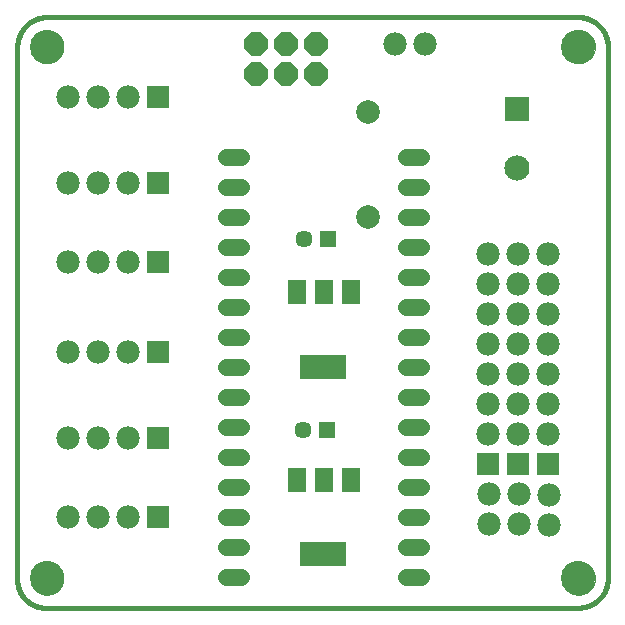
<source format=gbs>
G75*
%MOIN*%
%OFA0B0*%
%FSLAX25Y25*%
%IPPOS*%
%LPD*%
%AMOC8*
5,1,8,0,0,1.08239X$1,22.5*
%
%ADD10C,0.00000*%
%ADD11C,0.11424*%
%ADD12C,0.01600*%
%ADD13R,0.05715X0.05715*%
%ADD14C,0.05715*%
%ADD15C,0.07900*%
%ADD16R,0.06300X0.08300*%
%ADD17R,0.15400X0.08300*%
%ADD18R,0.08400X0.08400*%
%ADD19C,0.08400*%
%ADD20C,0.05550*%
%ADD21C,0.07800*%
%ADD22OC8,0.07800*%
%ADD23R,0.07800X0.07800*%
D10*
X0006143Y0011643D02*
X0006145Y0011791D01*
X0006151Y0011939D01*
X0006161Y0012087D01*
X0006175Y0012234D01*
X0006193Y0012381D01*
X0006214Y0012527D01*
X0006240Y0012673D01*
X0006270Y0012818D01*
X0006303Y0012962D01*
X0006341Y0013105D01*
X0006382Y0013247D01*
X0006427Y0013388D01*
X0006475Y0013528D01*
X0006528Y0013667D01*
X0006584Y0013804D01*
X0006644Y0013939D01*
X0006707Y0014073D01*
X0006774Y0014205D01*
X0006845Y0014335D01*
X0006919Y0014463D01*
X0006996Y0014589D01*
X0007077Y0014713D01*
X0007161Y0014835D01*
X0007248Y0014954D01*
X0007339Y0015071D01*
X0007433Y0015186D01*
X0007529Y0015298D01*
X0007629Y0015408D01*
X0007731Y0015514D01*
X0007837Y0015618D01*
X0007945Y0015719D01*
X0008056Y0015817D01*
X0008169Y0015913D01*
X0008285Y0016005D01*
X0008403Y0016094D01*
X0008524Y0016179D01*
X0008647Y0016262D01*
X0008772Y0016341D01*
X0008899Y0016417D01*
X0009028Y0016489D01*
X0009159Y0016558D01*
X0009292Y0016623D01*
X0009427Y0016684D01*
X0009563Y0016742D01*
X0009700Y0016797D01*
X0009839Y0016847D01*
X0009980Y0016894D01*
X0010121Y0016937D01*
X0010264Y0016977D01*
X0010408Y0017012D01*
X0010552Y0017044D01*
X0010698Y0017071D01*
X0010844Y0017095D01*
X0010991Y0017115D01*
X0011138Y0017131D01*
X0011285Y0017143D01*
X0011433Y0017151D01*
X0011581Y0017155D01*
X0011729Y0017155D01*
X0011877Y0017151D01*
X0012025Y0017143D01*
X0012172Y0017131D01*
X0012319Y0017115D01*
X0012466Y0017095D01*
X0012612Y0017071D01*
X0012758Y0017044D01*
X0012902Y0017012D01*
X0013046Y0016977D01*
X0013189Y0016937D01*
X0013330Y0016894D01*
X0013471Y0016847D01*
X0013610Y0016797D01*
X0013747Y0016742D01*
X0013883Y0016684D01*
X0014018Y0016623D01*
X0014151Y0016558D01*
X0014282Y0016489D01*
X0014411Y0016417D01*
X0014538Y0016341D01*
X0014663Y0016262D01*
X0014786Y0016179D01*
X0014907Y0016094D01*
X0015025Y0016005D01*
X0015141Y0015913D01*
X0015254Y0015817D01*
X0015365Y0015719D01*
X0015473Y0015618D01*
X0015579Y0015514D01*
X0015681Y0015408D01*
X0015781Y0015298D01*
X0015877Y0015186D01*
X0015971Y0015071D01*
X0016062Y0014954D01*
X0016149Y0014835D01*
X0016233Y0014713D01*
X0016314Y0014589D01*
X0016391Y0014463D01*
X0016465Y0014335D01*
X0016536Y0014205D01*
X0016603Y0014073D01*
X0016666Y0013939D01*
X0016726Y0013804D01*
X0016782Y0013667D01*
X0016835Y0013528D01*
X0016883Y0013388D01*
X0016928Y0013247D01*
X0016969Y0013105D01*
X0017007Y0012962D01*
X0017040Y0012818D01*
X0017070Y0012673D01*
X0017096Y0012527D01*
X0017117Y0012381D01*
X0017135Y0012234D01*
X0017149Y0012087D01*
X0017159Y0011939D01*
X0017165Y0011791D01*
X0017167Y0011643D01*
X0017165Y0011495D01*
X0017159Y0011347D01*
X0017149Y0011199D01*
X0017135Y0011052D01*
X0017117Y0010905D01*
X0017096Y0010759D01*
X0017070Y0010613D01*
X0017040Y0010468D01*
X0017007Y0010324D01*
X0016969Y0010181D01*
X0016928Y0010039D01*
X0016883Y0009898D01*
X0016835Y0009758D01*
X0016782Y0009619D01*
X0016726Y0009482D01*
X0016666Y0009347D01*
X0016603Y0009213D01*
X0016536Y0009081D01*
X0016465Y0008951D01*
X0016391Y0008823D01*
X0016314Y0008697D01*
X0016233Y0008573D01*
X0016149Y0008451D01*
X0016062Y0008332D01*
X0015971Y0008215D01*
X0015877Y0008100D01*
X0015781Y0007988D01*
X0015681Y0007878D01*
X0015579Y0007772D01*
X0015473Y0007668D01*
X0015365Y0007567D01*
X0015254Y0007469D01*
X0015141Y0007373D01*
X0015025Y0007281D01*
X0014907Y0007192D01*
X0014786Y0007107D01*
X0014663Y0007024D01*
X0014538Y0006945D01*
X0014411Y0006869D01*
X0014282Y0006797D01*
X0014151Y0006728D01*
X0014018Y0006663D01*
X0013883Y0006602D01*
X0013747Y0006544D01*
X0013610Y0006489D01*
X0013471Y0006439D01*
X0013330Y0006392D01*
X0013189Y0006349D01*
X0013046Y0006309D01*
X0012902Y0006274D01*
X0012758Y0006242D01*
X0012612Y0006215D01*
X0012466Y0006191D01*
X0012319Y0006171D01*
X0012172Y0006155D01*
X0012025Y0006143D01*
X0011877Y0006135D01*
X0011729Y0006131D01*
X0011581Y0006131D01*
X0011433Y0006135D01*
X0011285Y0006143D01*
X0011138Y0006155D01*
X0010991Y0006171D01*
X0010844Y0006191D01*
X0010698Y0006215D01*
X0010552Y0006242D01*
X0010408Y0006274D01*
X0010264Y0006309D01*
X0010121Y0006349D01*
X0009980Y0006392D01*
X0009839Y0006439D01*
X0009700Y0006489D01*
X0009563Y0006544D01*
X0009427Y0006602D01*
X0009292Y0006663D01*
X0009159Y0006728D01*
X0009028Y0006797D01*
X0008899Y0006869D01*
X0008772Y0006945D01*
X0008647Y0007024D01*
X0008524Y0007107D01*
X0008403Y0007192D01*
X0008285Y0007281D01*
X0008169Y0007373D01*
X0008056Y0007469D01*
X0007945Y0007567D01*
X0007837Y0007668D01*
X0007731Y0007772D01*
X0007629Y0007878D01*
X0007529Y0007988D01*
X0007433Y0008100D01*
X0007339Y0008215D01*
X0007248Y0008332D01*
X0007161Y0008451D01*
X0007077Y0008573D01*
X0006996Y0008697D01*
X0006919Y0008823D01*
X0006845Y0008951D01*
X0006774Y0009081D01*
X0006707Y0009213D01*
X0006644Y0009347D01*
X0006584Y0009482D01*
X0006528Y0009619D01*
X0006475Y0009758D01*
X0006427Y0009898D01*
X0006382Y0010039D01*
X0006341Y0010181D01*
X0006303Y0010324D01*
X0006270Y0010468D01*
X0006240Y0010613D01*
X0006214Y0010759D01*
X0006193Y0010905D01*
X0006175Y0011052D01*
X0006161Y0011199D01*
X0006151Y0011347D01*
X0006145Y0011495D01*
X0006143Y0011643D01*
X0006143Y0188808D02*
X0006145Y0188956D01*
X0006151Y0189104D01*
X0006161Y0189252D01*
X0006175Y0189399D01*
X0006193Y0189546D01*
X0006214Y0189692D01*
X0006240Y0189838D01*
X0006270Y0189983D01*
X0006303Y0190127D01*
X0006341Y0190270D01*
X0006382Y0190412D01*
X0006427Y0190553D01*
X0006475Y0190693D01*
X0006528Y0190832D01*
X0006584Y0190969D01*
X0006644Y0191104D01*
X0006707Y0191238D01*
X0006774Y0191370D01*
X0006845Y0191500D01*
X0006919Y0191628D01*
X0006996Y0191754D01*
X0007077Y0191878D01*
X0007161Y0192000D01*
X0007248Y0192119D01*
X0007339Y0192236D01*
X0007433Y0192351D01*
X0007529Y0192463D01*
X0007629Y0192573D01*
X0007731Y0192679D01*
X0007837Y0192783D01*
X0007945Y0192884D01*
X0008056Y0192982D01*
X0008169Y0193078D01*
X0008285Y0193170D01*
X0008403Y0193259D01*
X0008524Y0193344D01*
X0008647Y0193427D01*
X0008772Y0193506D01*
X0008899Y0193582D01*
X0009028Y0193654D01*
X0009159Y0193723D01*
X0009292Y0193788D01*
X0009427Y0193849D01*
X0009563Y0193907D01*
X0009700Y0193962D01*
X0009839Y0194012D01*
X0009980Y0194059D01*
X0010121Y0194102D01*
X0010264Y0194142D01*
X0010408Y0194177D01*
X0010552Y0194209D01*
X0010698Y0194236D01*
X0010844Y0194260D01*
X0010991Y0194280D01*
X0011138Y0194296D01*
X0011285Y0194308D01*
X0011433Y0194316D01*
X0011581Y0194320D01*
X0011729Y0194320D01*
X0011877Y0194316D01*
X0012025Y0194308D01*
X0012172Y0194296D01*
X0012319Y0194280D01*
X0012466Y0194260D01*
X0012612Y0194236D01*
X0012758Y0194209D01*
X0012902Y0194177D01*
X0013046Y0194142D01*
X0013189Y0194102D01*
X0013330Y0194059D01*
X0013471Y0194012D01*
X0013610Y0193962D01*
X0013747Y0193907D01*
X0013883Y0193849D01*
X0014018Y0193788D01*
X0014151Y0193723D01*
X0014282Y0193654D01*
X0014411Y0193582D01*
X0014538Y0193506D01*
X0014663Y0193427D01*
X0014786Y0193344D01*
X0014907Y0193259D01*
X0015025Y0193170D01*
X0015141Y0193078D01*
X0015254Y0192982D01*
X0015365Y0192884D01*
X0015473Y0192783D01*
X0015579Y0192679D01*
X0015681Y0192573D01*
X0015781Y0192463D01*
X0015877Y0192351D01*
X0015971Y0192236D01*
X0016062Y0192119D01*
X0016149Y0192000D01*
X0016233Y0191878D01*
X0016314Y0191754D01*
X0016391Y0191628D01*
X0016465Y0191500D01*
X0016536Y0191370D01*
X0016603Y0191238D01*
X0016666Y0191104D01*
X0016726Y0190969D01*
X0016782Y0190832D01*
X0016835Y0190693D01*
X0016883Y0190553D01*
X0016928Y0190412D01*
X0016969Y0190270D01*
X0017007Y0190127D01*
X0017040Y0189983D01*
X0017070Y0189838D01*
X0017096Y0189692D01*
X0017117Y0189546D01*
X0017135Y0189399D01*
X0017149Y0189252D01*
X0017159Y0189104D01*
X0017165Y0188956D01*
X0017167Y0188808D01*
X0017165Y0188660D01*
X0017159Y0188512D01*
X0017149Y0188364D01*
X0017135Y0188217D01*
X0017117Y0188070D01*
X0017096Y0187924D01*
X0017070Y0187778D01*
X0017040Y0187633D01*
X0017007Y0187489D01*
X0016969Y0187346D01*
X0016928Y0187204D01*
X0016883Y0187063D01*
X0016835Y0186923D01*
X0016782Y0186784D01*
X0016726Y0186647D01*
X0016666Y0186512D01*
X0016603Y0186378D01*
X0016536Y0186246D01*
X0016465Y0186116D01*
X0016391Y0185988D01*
X0016314Y0185862D01*
X0016233Y0185738D01*
X0016149Y0185616D01*
X0016062Y0185497D01*
X0015971Y0185380D01*
X0015877Y0185265D01*
X0015781Y0185153D01*
X0015681Y0185043D01*
X0015579Y0184937D01*
X0015473Y0184833D01*
X0015365Y0184732D01*
X0015254Y0184634D01*
X0015141Y0184538D01*
X0015025Y0184446D01*
X0014907Y0184357D01*
X0014786Y0184272D01*
X0014663Y0184189D01*
X0014538Y0184110D01*
X0014411Y0184034D01*
X0014282Y0183962D01*
X0014151Y0183893D01*
X0014018Y0183828D01*
X0013883Y0183767D01*
X0013747Y0183709D01*
X0013610Y0183654D01*
X0013471Y0183604D01*
X0013330Y0183557D01*
X0013189Y0183514D01*
X0013046Y0183474D01*
X0012902Y0183439D01*
X0012758Y0183407D01*
X0012612Y0183380D01*
X0012466Y0183356D01*
X0012319Y0183336D01*
X0012172Y0183320D01*
X0012025Y0183308D01*
X0011877Y0183300D01*
X0011729Y0183296D01*
X0011581Y0183296D01*
X0011433Y0183300D01*
X0011285Y0183308D01*
X0011138Y0183320D01*
X0010991Y0183336D01*
X0010844Y0183356D01*
X0010698Y0183380D01*
X0010552Y0183407D01*
X0010408Y0183439D01*
X0010264Y0183474D01*
X0010121Y0183514D01*
X0009980Y0183557D01*
X0009839Y0183604D01*
X0009700Y0183654D01*
X0009563Y0183709D01*
X0009427Y0183767D01*
X0009292Y0183828D01*
X0009159Y0183893D01*
X0009028Y0183962D01*
X0008899Y0184034D01*
X0008772Y0184110D01*
X0008647Y0184189D01*
X0008524Y0184272D01*
X0008403Y0184357D01*
X0008285Y0184446D01*
X0008169Y0184538D01*
X0008056Y0184634D01*
X0007945Y0184732D01*
X0007837Y0184833D01*
X0007731Y0184937D01*
X0007629Y0185043D01*
X0007529Y0185153D01*
X0007433Y0185265D01*
X0007339Y0185380D01*
X0007248Y0185497D01*
X0007161Y0185616D01*
X0007077Y0185738D01*
X0006996Y0185862D01*
X0006919Y0185988D01*
X0006845Y0186116D01*
X0006774Y0186246D01*
X0006707Y0186378D01*
X0006644Y0186512D01*
X0006584Y0186647D01*
X0006528Y0186784D01*
X0006475Y0186923D01*
X0006427Y0187063D01*
X0006382Y0187204D01*
X0006341Y0187346D01*
X0006303Y0187489D01*
X0006270Y0187633D01*
X0006240Y0187778D01*
X0006214Y0187924D01*
X0006193Y0188070D01*
X0006175Y0188217D01*
X0006161Y0188364D01*
X0006151Y0188512D01*
X0006145Y0188660D01*
X0006143Y0188808D01*
X0183309Y0188808D02*
X0183311Y0188956D01*
X0183317Y0189104D01*
X0183327Y0189252D01*
X0183341Y0189399D01*
X0183359Y0189546D01*
X0183380Y0189692D01*
X0183406Y0189838D01*
X0183436Y0189983D01*
X0183469Y0190127D01*
X0183507Y0190270D01*
X0183548Y0190412D01*
X0183593Y0190553D01*
X0183641Y0190693D01*
X0183694Y0190832D01*
X0183750Y0190969D01*
X0183810Y0191104D01*
X0183873Y0191238D01*
X0183940Y0191370D01*
X0184011Y0191500D01*
X0184085Y0191628D01*
X0184162Y0191754D01*
X0184243Y0191878D01*
X0184327Y0192000D01*
X0184414Y0192119D01*
X0184505Y0192236D01*
X0184599Y0192351D01*
X0184695Y0192463D01*
X0184795Y0192573D01*
X0184897Y0192679D01*
X0185003Y0192783D01*
X0185111Y0192884D01*
X0185222Y0192982D01*
X0185335Y0193078D01*
X0185451Y0193170D01*
X0185569Y0193259D01*
X0185690Y0193344D01*
X0185813Y0193427D01*
X0185938Y0193506D01*
X0186065Y0193582D01*
X0186194Y0193654D01*
X0186325Y0193723D01*
X0186458Y0193788D01*
X0186593Y0193849D01*
X0186729Y0193907D01*
X0186866Y0193962D01*
X0187005Y0194012D01*
X0187146Y0194059D01*
X0187287Y0194102D01*
X0187430Y0194142D01*
X0187574Y0194177D01*
X0187718Y0194209D01*
X0187864Y0194236D01*
X0188010Y0194260D01*
X0188157Y0194280D01*
X0188304Y0194296D01*
X0188451Y0194308D01*
X0188599Y0194316D01*
X0188747Y0194320D01*
X0188895Y0194320D01*
X0189043Y0194316D01*
X0189191Y0194308D01*
X0189338Y0194296D01*
X0189485Y0194280D01*
X0189632Y0194260D01*
X0189778Y0194236D01*
X0189924Y0194209D01*
X0190068Y0194177D01*
X0190212Y0194142D01*
X0190355Y0194102D01*
X0190496Y0194059D01*
X0190637Y0194012D01*
X0190776Y0193962D01*
X0190913Y0193907D01*
X0191049Y0193849D01*
X0191184Y0193788D01*
X0191317Y0193723D01*
X0191448Y0193654D01*
X0191577Y0193582D01*
X0191704Y0193506D01*
X0191829Y0193427D01*
X0191952Y0193344D01*
X0192073Y0193259D01*
X0192191Y0193170D01*
X0192307Y0193078D01*
X0192420Y0192982D01*
X0192531Y0192884D01*
X0192639Y0192783D01*
X0192745Y0192679D01*
X0192847Y0192573D01*
X0192947Y0192463D01*
X0193043Y0192351D01*
X0193137Y0192236D01*
X0193228Y0192119D01*
X0193315Y0192000D01*
X0193399Y0191878D01*
X0193480Y0191754D01*
X0193557Y0191628D01*
X0193631Y0191500D01*
X0193702Y0191370D01*
X0193769Y0191238D01*
X0193832Y0191104D01*
X0193892Y0190969D01*
X0193948Y0190832D01*
X0194001Y0190693D01*
X0194049Y0190553D01*
X0194094Y0190412D01*
X0194135Y0190270D01*
X0194173Y0190127D01*
X0194206Y0189983D01*
X0194236Y0189838D01*
X0194262Y0189692D01*
X0194283Y0189546D01*
X0194301Y0189399D01*
X0194315Y0189252D01*
X0194325Y0189104D01*
X0194331Y0188956D01*
X0194333Y0188808D01*
X0194331Y0188660D01*
X0194325Y0188512D01*
X0194315Y0188364D01*
X0194301Y0188217D01*
X0194283Y0188070D01*
X0194262Y0187924D01*
X0194236Y0187778D01*
X0194206Y0187633D01*
X0194173Y0187489D01*
X0194135Y0187346D01*
X0194094Y0187204D01*
X0194049Y0187063D01*
X0194001Y0186923D01*
X0193948Y0186784D01*
X0193892Y0186647D01*
X0193832Y0186512D01*
X0193769Y0186378D01*
X0193702Y0186246D01*
X0193631Y0186116D01*
X0193557Y0185988D01*
X0193480Y0185862D01*
X0193399Y0185738D01*
X0193315Y0185616D01*
X0193228Y0185497D01*
X0193137Y0185380D01*
X0193043Y0185265D01*
X0192947Y0185153D01*
X0192847Y0185043D01*
X0192745Y0184937D01*
X0192639Y0184833D01*
X0192531Y0184732D01*
X0192420Y0184634D01*
X0192307Y0184538D01*
X0192191Y0184446D01*
X0192073Y0184357D01*
X0191952Y0184272D01*
X0191829Y0184189D01*
X0191704Y0184110D01*
X0191577Y0184034D01*
X0191448Y0183962D01*
X0191317Y0183893D01*
X0191184Y0183828D01*
X0191049Y0183767D01*
X0190913Y0183709D01*
X0190776Y0183654D01*
X0190637Y0183604D01*
X0190496Y0183557D01*
X0190355Y0183514D01*
X0190212Y0183474D01*
X0190068Y0183439D01*
X0189924Y0183407D01*
X0189778Y0183380D01*
X0189632Y0183356D01*
X0189485Y0183336D01*
X0189338Y0183320D01*
X0189191Y0183308D01*
X0189043Y0183300D01*
X0188895Y0183296D01*
X0188747Y0183296D01*
X0188599Y0183300D01*
X0188451Y0183308D01*
X0188304Y0183320D01*
X0188157Y0183336D01*
X0188010Y0183356D01*
X0187864Y0183380D01*
X0187718Y0183407D01*
X0187574Y0183439D01*
X0187430Y0183474D01*
X0187287Y0183514D01*
X0187146Y0183557D01*
X0187005Y0183604D01*
X0186866Y0183654D01*
X0186729Y0183709D01*
X0186593Y0183767D01*
X0186458Y0183828D01*
X0186325Y0183893D01*
X0186194Y0183962D01*
X0186065Y0184034D01*
X0185938Y0184110D01*
X0185813Y0184189D01*
X0185690Y0184272D01*
X0185569Y0184357D01*
X0185451Y0184446D01*
X0185335Y0184538D01*
X0185222Y0184634D01*
X0185111Y0184732D01*
X0185003Y0184833D01*
X0184897Y0184937D01*
X0184795Y0185043D01*
X0184695Y0185153D01*
X0184599Y0185265D01*
X0184505Y0185380D01*
X0184414Y0185497D01*
X0184327Y0185616D01*
X0184243Y0185738D01*
X0184162Y0185862D01*
X0184085Y0185988D01*
X0184011Y0186116D01*
X0183940Y0186246D01*
X0183873Y0186378D01*
X0183810Y0186512D01*
X0183750Y0186647D01*
X0183694Y0186784D01*
X0183641Y0186923D01*
X0183593Y0187063D01*
X0183548Y0187204D01*
X0183507Y0187346D01*
X0183469Y0187489D01*
X0183436Y0187633D01*
X0183406Y0187778D01*
X0183380Y0187924D01*
X0183359Y0188070D01*
X0183341Y0188217D01*
X0183327Y0188364D01*
X0183317Y0188512D01*
X0183311Y0188660D01*
X0183309Y0188808D01*
X0183309Y0011643D02*
X0183311Y0011791D01*
X0183317Y0011939D01*
X0183327Y0012087D01*
X0183341Y0012234D01*
X0183359Y0012381D01*
X0183380Y0012527D01*
X0183406Y0012673D01*
X0183436Y0012818D01*
X0183469Y0012962D01*
X0183507Y0013105D01*
X0183548Y0013247D01*
X0183593Y0013388D01*
X0183641Y0013528D01*
X0183694Y0013667D01*
X0183750Y0013804D01*
X0183810Y0013939D01*
X0183873Y0014073D01*
X0183940Y0014205D01*
X0184011Y0014335D01*
X0184085Y0014463D01*
X0184162Y0014589D01*
X0184243Y0014713D01*
X0184327Y0014835D01*
X0184414Y0014954D01*
X0184505Y0015071D01*
X0184599Y0015186D01*
X0184695Y0015298D01*
X0184795Y0015408D01*
X0184897Y0015514D01*
X0185003Y0015618D01*
X0185111Y0015719D01*
X0185222Y0015817D01*
X0185335Y0015913D01*
X0185451Y0016005D01*
X0185569Y0016094D01*
X0185690Y0016179D01*
X0185813Y0016262D01*
X0185938Y0016341D01*
X0186065Y0016417D01*
X0186194Y0016489D01*
X0186325Y0016558D01*
X0186458Y0016623D01*
X0186593Y0016684D01*
X0186729Y0016742D01*
X0186866Y0016797D01*
X0187005Y0016847D01*
X0187146Y0016894D01*
X0187287Y0016937D01*
X0187430Y0016977D01*
X0187574Y0017012D01*
X0187718Y0017044D01*
X0187864Y0017071D01*
X0188010Y0017095D01*
X0188157Y0017115D01*
X0188304Y0017131D01*
X0188451Y0017143D01*
X0188599Y0017151D01*
X0188747Y0017155D01*
X0188895Y0017155D01*
X0189043Y0017151D01*
X0189191Y0017143D01*
X0189338Y0017131D01*
X0189485Y0017115D01*
X0189632Y0017095D01*
X0189778Y0017071D01*
X0189924Y0017044D01*
X0190068Y0017012D01*
X0190212Y0016977D01*
X0190355Y0016937D01*
X0190496Y0016894D01*
X0190637Y0016847D01*
X0190776Y0016797D01*
X0190913Y0016742D01*
X0191049Y0016684D01*
X0191184Y0016623D01*
X0191317Y0016558D01*
X0191448Y0016489D01*
X0191577Y0016417D01*
X0191704Y0016341D01*
X0191829Y0016262D01*
X0191952Y0016179D01*
X0192073Y0016094D01*
X0192191Y0016005D01*
X0192307Y0015913D01*
X0192420Y0015817D01*
X0192531Y0015719D01*
X0192639Y0015618D01*
X0192745Y0015514D01*
X0192847Y0015408D01*
X0192947Y0015298D01*
X0193043Y0015186D01*
X0193137Y0015071D01*
X0193228Y0014954D01*
X0193315Y0014835D01*
X0193399Y0014713D01*
X0193480Y0014589D01*
X0193557Y0014463D01*
X0193631Y0014335D01*
X0193702Y0014205D01*
X0193769Y0014073D01*
X0193832Y0013939D01*
X0193892Y0013804D01*
X0193948Y0013667D01*
X0194001Y0013528D01*
X0194049Y0013388D01*
X0194094Y0013247D01*
X0194135Y0013105D01*
X0194173Y0012962D01*
X0194206Y0012818D01*
X0194236Y0012673D01*
X0194262Y0012527D01*
X0194283Y0012381D01*
X0194301Y0012234D01*
X0194315Y0012087D01*
X0194325Y0011939D01*
X0194331Y0011791D01*
X0194333Y0011643D01*
X0194331Y0011495D01*
X0194325Y0011347D01*
X0194315Y0011199D01*
X0194301Y0011052D01*
X0194283Y0010905D01*
X0194262Y0010759D01*
X0194236Y0010613D01*
X0194206Y0010468D01*
X0194173Y0010324D01*
X0194135Y0010181D01*
X0194094Y0010039D01*
X0194049Y0009898D01*
X0194001Y0009758D01*
X0193948Y0009619D01*
X0193892Y0009482D01*
X0193832Y0009347D01*
X0193769Y0009213D01*
X0193702Y0009081D01*
X0193631Y0008951D01*
X0193557Y0008823D01*
X0193480Y0008697D01*
X0193399Y0008573D01*
X0193315Y0008451D01*
X0193228Y0008332D01*
X0193137Y0008215D01*
X0193043Y0008100D01*
X0192947Y0007988D01*
X0192847Y0007878D01*
X0192745Y0007772D01*
X0192639Y0007668D01*
X0192531Y0007567D01*
X0192420Y0007469D01*
X0192307Y0007373D01*
X0192191Y0007281D01*
X0192073Y0007192D01*
X0191952Y0007107D01*
X0191829Y0007024D01*
X0191704Y0006945D01*
X0191577Y0006869D01*
X0191448Y0006797D01*
X0191317Y0006728D01*
X0191184Y0006663D01*
X0191049Y0006602D01*
X0190913Y0006544D01*
X0190776Y0006489D01*
X0190637Y0006439D01*
X0190496Y0006392D01*
X0190355Y0006349D01*
X0190212Y0006309D01*
X0190068Y0006274D01*
X0189924Y0006242D01*
X0189778Y0006215D01*
X0189632Y0006191D01*
X0189485Y0006171D01*
X0189338Y0006155D01*
X0189191Y0006143D01*
X0189043Y0006135D01*
X0188895Y0006131D01*
X0188747Y0006131D01*
X0188599Y0006135D01*
X0188451Y0006143D01*
X0188304Y0006155D01*
X0188157Y0006171D01*
X0188010Y0006191D01*
X0187864Y0006215D01*
X0187718Y0006242D01*
X0187574Y0006274D01*
X0187430Y0006309D01*
X0187287Y0006349D01*
X0187146Y0006392D01*
X0187005Y0006439D01*
X0186866Y0006489D01*
X0186729Y0006544D01*
X0186593Y0006602D01*
X0186458Y0006663D01*
X0186325Y0006728D01*
X0186194Y0006797D01*
X0186065Y0006869D01*
X0185938Y0006945D01*
X0185813Y0007024D01*
X0185690Y0007107D01*
X0185569Y0007192D01*
X0185451Y0007281D01*
X0185335Y0007373D01*
X0185222Y0007469D01*
X0185111Y0007567D01*
X0185003Y0007668D01*
X0184897Y0007772D01*
X0184795Y0007878D01*
X0184695Y0007988D01*
X0184599Y0008100D01*
X0184505Y0008215D01*
X0184414Y0008332D01*
X0184327Y0008451D01*
X0184243Y0008573D01*
X0184162Y0008697D01*
X0184085Y0008823D01*
X0184011Y0008951D01*
X0183940Y0009081D01*
X0183873Y0009213D01*
X0183810Y0009347D01*
X0183750Y0009482D01*
X0183694Y0009619D01*
X0183641Y0009758D01*
X0183593Y0009898D01*
X0183548Y0010039D01*
X0183507Y0010181D01*
X0183469Y0010324D01*
X0183436Y0010468D01*
X0183406Y0010613D01*
X0183380Y0010759D01*
X0183359Y0010905D01*
X0183341Y0011052D01*
X0183327Y0011199D01*
X0183317Y0011347D01*
X0183311Y0011495D01*
X0183309Y0011643D01*
D11*
X0188821Y0011643D03*
X0188821Y0188808D03*
X0011655Y0188808D03*
X0011655Y0011643D03*
D12*
X0010671Y0001800D02*
X0188821Y0001800D01*
X0189059Y0001803D01*
X0189297Y0001811D01*
X0189534Y0001826D01*
X0189771Y0001846D01*
X0190007Y0001872D01*
X0190243Y0001903D01*
X0190478Y0001940D01*
X0190712Y0001983D01*
X0190945Y0002032D01*
X0191177Y0002086D01*
X0191407Y0002146D01*
X0191636Y0002211D01*
X0191863Y0002282D01*
X0192088Y0002358D01*
X0192311Y0002440D01*
X0192533Y0002527D01*
X0192752Y0002619D01*
X0192969Y0002717D01*
X0193183Y0002819D01*
X0193395Y0002927D01*
X0193605Y0003041D01*
X0193811Y0003159D01*
X0194015Y0003282D01*
X0194215Y0003410D01*
X0194412Y0003542D01*
X0194607Y0003680D01*
X0194797Y0003822D01*
X0194985Y0003969D01*
X0195168Y0004120D01*
X0195348Y0004275D01*
X0195524Y0004435D01*
X0195696Y0004599D01*
X0195865Y0004768D01*
X0196029Y0004940D01*
X0196189Y0005116D01*
X0196344Y0005296D01*
X0196495Y0005479D01*
X0196642Y0005667D01*
X0196784Y0005857D01*
X0196922Y0006052D01*
X0197054Y0006249D01*
X0197182Y0006449D01*
X0197305Y0006653D01*
X0197423Y0006859D01*
X0197537Y0007069D01*
X0197645Y0007281D01*
X0197747Y0007495D01*
X0197845Y0007712D01*
X0197937Y0007931D01*
X0198024Y0008153D01*
X0198106Y0008376D01*
X0198182Y0008601D01*
X0198253Y0008828D01*
X0198318Y0009057D01*
X0198378Y0009287D01*
X0198432Y0009519D01*
X0198481Y0009752D01*
X0198524Y0009986D01*
X0198561Y0010221D01*
X0198592Y0010457D01*
X0198618Y0010693D01*
X0198638Y0010930D01*
X0198653Y0011167D01*
X0198661Y0011405D01*
X0198664Y0011643D01*
X0198663Y0011643D02*
X0198663Y0188808D01*
X0198664Y0188808D02*
X0198661Y0189046D01*
X0198653Y0189284D01*
X0198638Y0189521D01*
X0198618Y0189758D01*
X0198592Y0189994D01*
X0198561Y0190230D01*
X0198524Y0190465D01*
X0198481Y0190699D01*
X0198432Y0190932D01*
X0198378Y0191164D01*
X0198318Y0191394D01*
X0198253Y0191623D01*
X0198182Y0191850D01*
X0198106Y0192075D01*
X0198024Y0192298D01*
X0197937Y0192520D01*
X0197845Y0192739D01*
X0197747Y0192956D01*
X0197645Y0193170D01*
X0197537Y0193382D01*
X0197423Y0193592D01*
X0197305Y0193798D01*
X0197182Y0194002D01*
X0197054Y0194202D01*
X0196922Y0194399D01*
X0196784Y0194594D01*
X0196642Y0194784D01*
X0196495Y0194972D01*
X0196344Y0195155D01*
X0196189Y0195335D01*
X0196029Y0195511D01*
X0195865Y0195683D01*
X0195696Y0195852D01*
X0195524Y0196016D01*
X0195348Y0196176D01*
X0195168Y0196331D01*
X0194985Y0196482D01*
X0194797Y0196629D01*
X0194607Y0196771D01*
X0194412Y0196909D01*
X0194215Y0197041D01*
X0194015Y0197169D01*
X0193811Y0197292D01*
X0193605Y0197410D01*
X0193395Y0197524D01*
X0193183Y0197632D01*
X0192969Y0197734D01*
X0192752Y0197832D01*
X0192533Y0197924D01*
X0192311Y0198011D01*
X0192088Y0198093D01*
X0191863Y0198169D01*
X0191636Y0198240D01*
X0191407Y0198305D01*
X0191177Y0198365D01*
X0190945Y0198419D01*
X0190712Y0198468D01*
X0190478Y0198511D01*
X0190243Y0198548D01*
X0190007Y0198579D01*
X0189771Y0198605D01*
X0189534Y0198625D01*
X0189297Y0198640D01*
X0189059Y0198648D01*
X0188821Y0198651D01*
X0188821Y0198650D02*
X0011655Y0198650D01*
X0011655Y0198651D02*
X0011417Y0198648D01*
X0011179Y0198640D01*
X0010942Y0198625D01*
X0010705Y0198605D01*
X0010469Y0198579D01*
X0010233Y0198548D01*
X0009998Y0198511D01*
X0009764Y0198468D01*
X0009531Y0198419D01*
X0009299Y0198365D01*
X0009069Y0198305D01*
X0008840Y0198240D01*
X0008613Y0198169D01*
X0008388Y0198093D01*
X0008165Y0198011D01*
X0007943Y0197924D01*
X0007724Y0197832D01*
X0007507Y0197734D01*
X0007293Y0197632D01*
X0007081Y0197524D01*
X0006871Y0197410D01*
X0006665Y0197292D01*
X0006461Y0197169D01*
X0006261Y0197041D01*
X0006064Y0196909D01*
X0005869Y0196771D01*
X0005679Y0196629D01*
X0005491Y0196482D01*
X0005308Y0196331D01*
X0005128Y0196176D01*
X0004952Y0196016D01*
X0004780Y0195852D01*
X0004611Y0195683D01*
X0004447Y0195511D01*
X0004287Y0195335D01*
X0004132Y0195155D01*
X0003981Y0194972D01*
X0003834Y0194784D01*
X0003692Y0194594D01*
X0003554Y0194399D01*
X0003422Y0194202D01*
X0003294Y0194002D01*
X0003171Y0193798D01*
X0003053Y0193592D01*
X0002939Y0193382D01*
X0002831Y0193170D01*
X0002729Y0192956D01*
X0002631Y0192739D01*
X0002539Y0192520D01*
X0002452Y0192298D01*
X0002370Y0192075D01*
X0002294Y0191850D01*
X0002223Y0191623D01*
X0002158Y0191394D01*
X0002098Y0191164D01*
X0002044Y0190932D01*
X0001995Y0190699D01*
X0001952Y0190465D01*
X0001915Y0190230D01*
X0001884Y0189994D01*
X0001858Y0189758D01*
X0001838Y0189521D01*
X0001823Y0189284D01*
X0001815Y0189046D01*
X0001812Y0188808D01*
X0001813Y0188808D02*
X0001813Y0011643D01*
X0001813Y0011642D02*
X0001804Y0011416D01*
X0001800Y0011190D01*
X0001802Y0010964D01*
X0001809Y0010737D01*
X0001822Y0010511D01*
X0001840Y0010286D01*
X0001864Y0010061D01*
X0001893Y0009837D01*
X0001927Y0009613D01*
X0001967Y0009390D01*
X0002012Y0009168D01*
X0002063Y0008948D01*
X0002118Y0008729D01*
X0002180Y0008511D01*
X0002246Y0008295D01*
X0002318Y0008080D01*
X0002394Y0007867D01*
X0002476Y0007656D01*
X0002563Y0007447D01*
X0002655Y0007241D01*
X0002752Y0007036D01*
X0002854Y0006834D01*
X0002961Y0006635D01*
X0003072Y0006438D01*
X0003189Y0006244D01*
X0003309Y0006052D01*
X0003435Y0005864D01*
X0003565Y0005679D01*
X0003699Y0005497D01*
X0003838Y0005318D01*
X0003981Y0005143D01*
X0004128Y0004971D01*
X0004280Y0004803D01*
X0004435Y0004638D01*
X0004594Y0004478D01*
X0004758Y0004321D01*
X0004924Y0004168D01*
X0005095Y0004019D01*
X0005269Y0003875D01*
X0005447Y0003735D01*
X0005627Y0003599D01*
X0005812Y0003467D01*
X0005999Y0003340D01*
X0006189Y0003218D01*
X0006382Y0003100D01*
X0006578Y0002986D01*
X0006777Y0002878D01*
X0006978Y0002774D01*
X0007181Y0002676D01*
X0007387Y0002582D01*
X0007595Y0002493D01*
X0007806Y0002410D01*
X0008018Y0002331D01*
X0008232Y0002258D01*
X0008448Y0002189D01*
X0008665Y0002126D01*
X0008884Y0002069D01*
X0009104Y0002016D01*
X0009325Y0001969D01*
X0009547Y0001927D01*
X0009771Y0001891D01*
X0009995Y0001860D01*
X0010220Y0001835D01*
X0010445Y0001815D01*
X0010671Y0001800D01*
D13*
X0104903Y0061013D03*
X0105277Y0124576D03*
D14*
X0097403Y0124576D03*
X0097029Y0061013D03*
D15*
X0118840Y0132076D03*
X0118840Y0167076D03*
D16*
X0112940Y0106976D03*
X0103940Y0106976D03*
X0094940Y0106976D03*
X0094940Y0044476D03*
X0103940Y0044476D03*
X0112940Y0044476D03*
D17*
X0103840Y0019676D03*
X0103840Y0082176D03*
D18*
X0168466Y0167981D03*
D19*
X0168466Y0148296D03*
D20*
X0136415Y0152076D02*
X0131266Y0152076D01*
X0131266Y0142076D02*
X0136415Y0142076D01*
X0136415Y0132076D02*
X0131266Y0132076D01*
X0131266Y0122076D02*
X0136415Y0122076D01*
X0136415Y0112076D02*
X0131266Y0112076D01*
X0131266Y0102076D02*
X0136415Y0102076D01*
X0136415Y0092076D02*
X0131266Y0092076D01*
X0131266Y0082076D02*
X0136415Y0082076D01*
X0136415Y0072076D02*
X0131266Y0072076D01*
X0131266Y0062076D02*
X0136415Y0062076D01*
X0136415Y0052076D02*
X0131266Y0052076D01*
X0131266Y0042076D02*
X0136415Y0042076D01*
X0136415Y0032076D02*
X0131266Y0032076D01*
X0131266Y0022076D02*
X0136415Y0022076D01*
X0136415Y0012076D02*
X0131266Y0012076D01*
X0076415Y0012076D02*
X0071266Y0012076D01*
X0071266Y0022076D02*
X0076415Y0022076D01*
X0076415Y0032076D02*
X0071266Y0032076D01*
X0071266Y0042076D02*
X0076415Y0042076D01*
X0076415Y0052076D02*
X0071266Y0052076D01*
X0071266Y0062076D02*
X0076415Y0062076D01*
X0076415Y0072076D02*
X0071266Y0072076D01*
X0071266Y0082076D02*
X0076415Y0082076D01*
X0076415Y0092076D02*
X0071266Y0092076D01*
X0071266Y0102076D02*
X0076415Y0102076D01*
X0076415Y0112076D02*
X0071266Y0112076D01*
X0071266Y0122076D02*
X0076415Y0122076D01*
X0076415Y0132076D02*
X0071266Y0132076D01*
X0071266Y0142076D02*
X0076415Y0142076D01*
X0076415Y0152076D02*
X0071266Y0152076D01*
D21*
X0038653Y0143513D03*
X0028653Y0143513D03*
X0018653Y0143513D03*
X0018840Y0117076D03*
X0028840Y0117076D03*
X0038840Y0117076D03*
X0038840Y0087076D03*
X0028840Y0087076D03*
X0018840Y0087076D03*
X0018840Y0058513D03*
X0028840Y0058513D03*
X0038840Y0058513D03*
X0038840Y0032076D03*
X0028840Y0032076D03*
X0018840Y0032076D03*
X0018840Y0172076D03*
X0028840Y0172076D03*
X0038840Y0172076D03*
X0127777Y0189576D03*
X0137777Y0189576D03*
X0158840Y0119576D03*
X0158840Y0109576D03*
X0158840Y0099576D03*
X0158840Y0089576D03*
X0158840Y0079576D03*
X0158840Y0069576D03*
X0158840Y0059576D03*
X0168840Y0059576D03*
X0168840Y0069576D03*
X0168840Y0079576D03*
X0168840Y0089576D03*
X0168840Y0099576D03*
X0168840Y0109576D03*
X0168840Y0119576D03*
X0178840Y0119576D03*
X0178840Y0109576D03*
X0178840Y0099576D03*
X0178840Y0089576D03*
X0178840Y0079576D03*
X0178840Y0069576D03*
X0178840Y0059576D03*
X0179146Y0039492D03*
X0179146Y0029492D03*
X0169136Y0029610D03*
X0169136Y0039610D03*
X0159008Y0039704D03*
X0159008Y0029704D03*
D22*
X0101340Y0179576D03*
X0091340Y0179576D03*
X0081340Y0179576D03*
X0081340Y0189576D03*
X0091340Y0189576D03*
X0101340Y0189576D03*
D23*
X0048840Y0172076D03*
X0048653Y0143513D03*
X0048840Y0117076D03*
X0048840Y0087076D03*
X0048840Y0058513D03*
X0048840Y0032076D03*
X0158840Y0049576D03*
X0168840Y0049576D03*
X0178840Y0049576D03*
M02*

</source>
